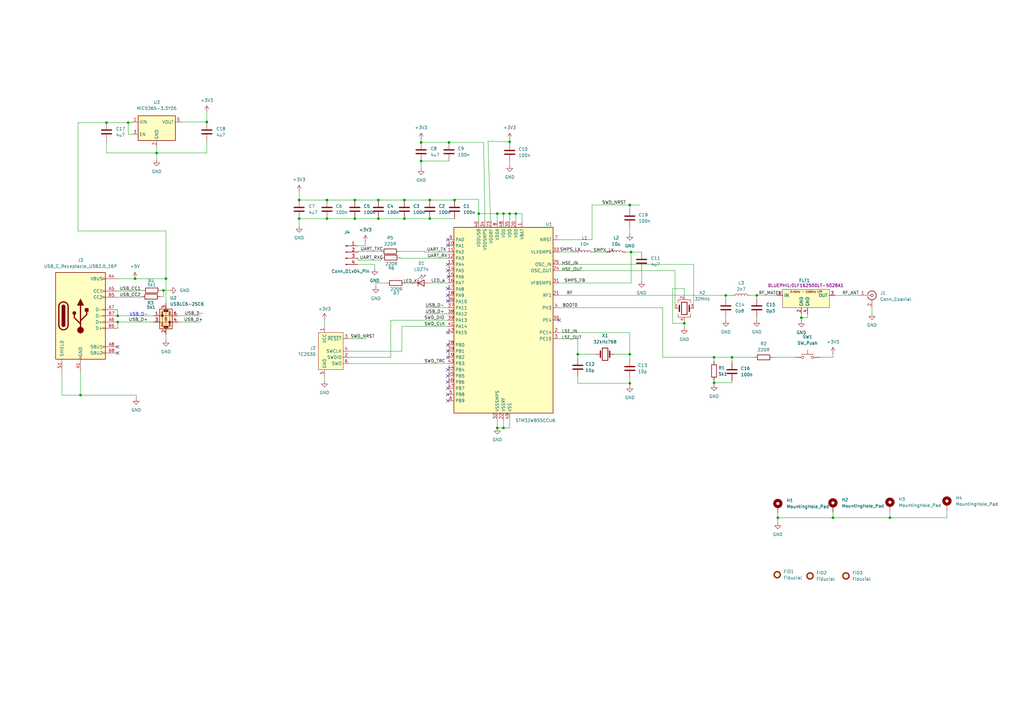
<source format=kicad_sch>
(kicad_sch (version 20250114) (generator "eeschema") (generator_version "9.0")
  (paper "A3")
  (lib_symbols
    (symbol "BluePhil:DLF162500LT-5028A1"
      (property "Reference" "FLT" (at -0.254 3.556 0))
      (symbol "DLF162500LT-5028A1_0_0"
        (pin passive line (at -11.43 0 0) (length 2.54) (name "IN") (number "1"))
        (pin passive line (at -1.27 -7.62 90) (length 2.54) (name "GND") (number "2"))
        (pin passive line (at 1.27 -7.62 90) (length 2.54) (name "GND") (number "4"))
        (pin passive line (at 12.7 0 180) (length 2.54) (name "OUT") (number "3"))
      )
      (symbol "DLF162500LT-5028A1_1_1"
        (text "2.4GHz - 2.5GHz LPF\n" (at 0.762 1.524 0) (effects (font (size 0.8 0.8))))
      )
    )
    (symbol "Connector:Conn_01x04_Pin" (pin_names (offset 1.016) (hide yes))
      (property "Reference" "J" (at 0 5.08 0))
      (property "Value" "Conn_01x04_Pin" (at 0 -7.62 0))
      (symbol "Conn_01x04_Pin_1_1"
        (pin passive line (at 5.08 2.54 180) (length 3.81) (name "Pin_1") (number "1"))
        (pin passive line (at 5.08 0 180) (length 3.81) (name "Pin_2") (number "2"))
        (pin passive line (at 5.08 -2.54 180) (length 3.81) (name "Pin_3") (number "3"))
        (pin passive line (at 5.08 -5.08 180) (length 3.81) (name "Pin_4") (number "4"))
      )
    )
    (symbol "Connector:Conn_ARM_SWD_TagConnect_TC2030" (in_bom no)
      (property "Reference" "J" (at 2.54 11.43 0))
      (property "Value" "Conn_ARM_SWD_TagConnect_TC2030" (at 5.08 8.89 0))
      (symbol "Conn_ARM_SWD_TagConnect_TC2030_0_0"
        (pin power_in line (at -2.54 10.16 270) (length 2.54) (name "VCC") (number "1"))
        (pin power_in line (at -2.54 -10.16 90) (length 2.54) (name "GND") (number "5"))
        (pin open_collector line (at 7.62 5.08 180) (length 2.54) (name "~{RESET}") (number "3"))
        (pin output line (at 7.62 0 180) (length 2.54) (name "SWCLK") (number "4"))
        (pin bidirectional line (at 7.62 -2.54 180) (length 2.54) (name "SWDIO") (number "2"))
        (pin input line (at 7.62 -5.08 180) (length 2.54) (name "SWO") (number "6"))
      )
    )
    (symbol "Connector:Conn_Coaxial" (pin_names (offset 1.016) (hide yes))
      (property "Reference" "J" (at 0.254 3.048 0))
      (property "Value" "Conn_Coaxial" (at 2.921 0 90))
      (symbol "Conn_Coaxial_1_1"
        (pin passive line (at -5.08 0 0) (length 2.54) (name "In") (number "1"))
        (pin passive line (at 0 -5.08 90) (length 2.54) (name "Ext") (number "2"))
      )
    )
    (symbol "Connector:USB_C_Receptacle_USB2.0_16P" (pin_names (offset 1.016))
      (property "Reference" "J" (at 0 22.225 0))
      (property "Value" "USB_C_Receptacle_USB2.0_16P" (at 0 19.685 0))
      (symbol "USB_C_Receptacle_USB2.0_16P_1_1"
        (pin passive line (at -7.62 -22.86 90) (length 5.08) (name "SHIELD") (number "S1"))
        (pin passive line (at 0 -22.86 90) (length 5.08) (name "GND") (number "A1"))
        (pin passive line (at 0 -22.86 90) (length 5.08) (hide yes) (name "GND") (number "A12"))
        (pin passive line (at 0 -22.86 90) (length 5.08) (hide yes) (name "GND") (number "B1"))
        (pin passive line (at 0 -22.86 90) (length 5.08) (hide yes) (name "GND") (number "B12"))
        (pin passive line (at 15.24 15.24 180) (length 5.08) (name "VBUS") (number "A4"))
        (pin passive line (at 15.24 15.24 180) (length 5.08) (hide yes) (name "VBUS") (number "A9"))
        (pin passive line (at 15.24 15.24 180) (length 5.08) (hide yes) (name "VBUS") (number "B4"))
        (pin passive line (at 15.24 15.24 180) (length 5.08) (hide yes) (name "VBUS") (number "B9"))
        (pin bidirectional line (at 15.24 10.16 180) (length 5.08) (name "CC1") (number "A5"))
        (pin bidirectional line (at 15.24 7.62 180) (length 5.08) (name "CC2") (number "B5"))
        (pin bidirectional line (at 15.24 2.54 180) (length 5.08) (name "D-") (number "A7"))
        (pin bidirectional line (at 15.24 0 180) (length 5.08) (name "D-") (number "B7"))
        (pin bidirectional line (at 15.24 -2.54 180) (length 5.08) (name "D+") (number "A6"))
        (pin bidirectional line (at 15.24 -5.08 180) (length 5.08) (name "D+") (number "B6"))
        (pin bidirectional line (at 15.24 -12.7 180) (length 5.08) (name "SBU1") (number "A8"))
        (pin bidirectional line (at 15.24 -15.24 180) (length 5.08) (name "SBU2") (number "B8"))
      )
    )
    (symbol "Device:C" (pin_numbers (hide yes)) (pin_names (offset 0.254))
      (property "Reference" "C" (at 0.635 2.54 0))
      (property "Value" "C" (at 0.635 -2.54 0))
      (symbol "C_1_1"
        (pin passive line (at 0 3.81 270) (length 2.794) (name "~") (number "1"))
        (pin passive line (at 0 -3.81 90) (length 2.794) (name "~") (number "2"))
      )
    )
    (symbol "Device:Crystal" (pin_numbers (hide yes)) (pin_names (offset 1.016) (hide yes))
      (property "Reference" "Y" (at 0 3.81 0))
      (property "Value" "Crystal" (at 0 -3.81 0))
      (symbol "Crystal_1_1"
        (pin passive line (at -3.81 0 0) (length 1.27) (name "1") (number "1"))
        (pin passive line (at 3.81 0 180) (length 1.27) (name "2") (number "2"))
      )
    )
    (symbol "Device:Crystal_GND24" (pin_names (offset 1.016) (hide yes))
      (property "Reference" "Y" (at 3.175 5.08 0))
      (property "Value" "Crystal_GND24" (at 3.175 3.175 0))
      (symbol "Crystal_GND24_1_1"
        (pin passive line (at -3.81 0 0) (length 1.27) (name "1") (number "1"))
        (pin passive line (at 0 5.08 270) (length 1.27) (name "2") (number "2"))
        (pin passive line (at 0 -5.08 90) (length 1.27) (name "4") (number "4"))
        (pin passive line (at 3.81 0 180) (length 1.27) (name "3") (number "3"))
      )
    )
    (symbol "Device:L" (pin_numbers (hide yes)) (pin_names (offset 1.016) (hide yes))
      (property "Reference" "L" (at -1.27 0 90))
      (property "Value" "L" (at 1.905 0 90))
      (symbol "L_1_1"
        (pin passive line (at 0 3.81 270) (length 1.27) (name "1") (number "1"))
        (pin passive line (at 0 -3.81 90) (length 1.27) (name "2") (number "2"))
      )
    )
    (symbol "Device:R" (pin_numbers (hide yes)) (pin_names (offset 0))
      (property "Reference" "R" (at 2.032 0 90))
      (property "Value" "R" (at 0 0 90))
      (symbol "R_1_1"
        (pin passive line (at 0 3.81 270) (length 1.27) (name "~") (number "1"))
        (pin passive line (at 0 -3.81 90) (length 1.27) (name "~") (number "2"))
      )
    )
    (symbol "LED:LD274" (pin_numbers (hide yes)) (pin_names (offset 1.016) (hide yes))
      (property "Reference" "D" (at 0.508 1.778 0))
      (property "Value" "LD274" (at -1.016 -2.794 0))
      (symbol "LD274_1_1"
        (pin passive line (at -5.08 0 0) (length 2.54) (name "K") (number "1"))
        (pin passive line (at 2.54 0 180) (length 2.54) (name "A") (number "2"))
      )
    )
    (symbol "MCU_ST_STM32WB:STM32WB55CCUx"
      (property "Reference" "U" (at -20.32 39.37 0))
      (property "Value" "STM32WB55CCUx" (at 12.7 39.37 0))
      (symbol "STM32WB55CCUx_1_1"
        (pin input line (at -22.86 33.02 0) (length 2.54) (name "NRST") (number "7"))
        (pin power_in line (at -22.86 27.94 0) (length 2.54) (name "VLXSMPS") (number "33"))
        (pin input line (at -22.86 22.86 0) (length 2.54) (name "OSC_IN") (number "25"))
        (pin input line (at -22.86 20.32 0) (length 2.54) (name "OSC_OUT") (number "24"))
        (pin input line (at -22.86 15.24 0) (length 2.54) (name "VFBSMPS") (number "31"))
        (pin bidirectional line (at -22.86 10.16 0) (length 2.54) (name "RF1") (number "21"))
        (pin bidirectional line (at -22.86 5.08 0) (length 2.54) (name "PH3") (number "4"))
        (pin bidirectional line (at -22.86 0 0) (length 2.54) (name "PE4") (number "30"))
        (pin bidirectional line (at -22.86 -5.08 0) (length 2.54) (name "PC14") (number "2"))
        (pin bidirectional line (at -22.86 -7.62 0) (length 2.54) (name "PC15") (number "3"))
        (pin no_connect line (at -20.32 -35.56 0) (length 2.54) (hide yes) (name "AT1") (number "27"))
        (pin no_connect line (at -20.32 -38.1 0) (length 2.54) (hide yes) (name "AT0") (number "26"))
        (pin power_in line (at -7.62 40.64 270) (length 2.54) (name "VBAT") (number "1"))
        (pin power_in line (at -5.08 40.64 270) (length 2.54) (name "VDD") (number "20"))
        (pin power_in line (at -2.54 40.64 270) (length 2.54) (name "VDD") (number "35"))
        (pin power_in line (at -2.54 -40.64 90) (length 2.54) (name "VSS") (number "49"))
        (pin power_in line (at 0 40.64 270) (length 2.54) (name "VDD") (number "48"))
        (pin power_in line (at 0 -40.64 90) (length 2.54) (name "VSSRF") (number "22"))
        (pin power_in line (at 2.54 40.64 270) (length 2.54) (name "VDDA") (number "8"))
        (pin power_in line (at 2.54 -40.64 90) (length 2.54) (name "VSSSMPS") (number "32"))
        (pin power_in line (at 5.08 40.64 270) (length 2.54) (name "VDDRF") (number "23"))
        (pin power_in line (at 7.62 40.64 270) (length 2.54) (name "VDDSMPS") (number "34"))
        (pin power_in line (at 10.16 40.64 270) (length 2.54) (name "VDDUSB") (number "40"))
        (pin bidirectional line (at 22.86 33.02 180) (length 2.54) (name "PA0") (number "9"))
        (pin bidirectional line (at 22.86 30.48 180) (length 2.54) (name "PA1") (number "10"))
        (pin bidirectional line (at 22.86 27.94 180) (length 2.54) (name "PA2") (number "11"))
        (pin bidirectional line (at 22.86 25.4 180) (length 2.54) (name "PA3") (number "12"))
        (pin bidirectional line (at 22.86 22.86 180) (length 2.54) (name "PA4") (number "13"))
        (pin bidirectional line (at 22.86 20.32 180) (length 2.54) (name "PA5") (number "14"))
        (pin bidirectional line (at 22.86 17.78 180) (length 2.54) (name "PA6") (number "15"))
        (pin bidirectional line (at 22.86 15.24 180) (length 2.54) (name "PA7") (number "16"))
        (pin bidirectional line (at 22.86 12.7 180) (length 2.54) (name "PA8") (number "17"))
        (pin bidirectional line (at 22.86 10.16 180) (length 2.54) (name "PA9") (number "18"))
        (pin bidirectional line (at 22.86 7.62 180) (length 2.54) (name "PA10") (number "36"))
        (pin bidirectional line (at 22.86 5.08 180) (length 2.54) (name "PA11") (number "37"))
        (pin bidirectional line (at 22.86 2.54 180) (length 2.54) (name "PA12") (number "38"))
        (pin bidirectional line (at 22.86 0 180) (length 2.54) (name "PA13") (number "39"))
        (pin bidirectional line (at 22.86 -2.54 180) (length 2.54) (name "PA14") (number "41"))
        (pin bidirectional line (at 22.86 -5.08 180) (length 2.54) (name "PA15") (number "42"))
        (pin bidirectional line (at 22.86 -10.16 180) (length 2.54) (name "PB0") (number "28"))
        (pin bidirectional line (at 22.86 -12.7 180) (length 2.54) (name "PB1") (number "29"))
        (pin bidirectional line (at 22.86 -15.24 180) (length 2.54) (name "PB2") (number "19"))
        (pin bidirectional line (at 22.86 -17.78 180) (length 2.54) (name "PB3") (number "43"))
        (pin bidirectional line (at 22.86 -20.32 180) (length 2.54) (name "PB4") (number "44"))
        (pin bidirectional line (at 22.86 -22.86 180) (length 2.54) (name "PB5") (number "45"))
        (pin bidirectional line (at 22.86 -25.4 180) (length 2.54) (name "PB6") (number "46"))
        (pin bidirectional line (at 22.86 -27.94 180) (length 2.54) (name "PB7") (number "47"))
        (pin bidirectional line (at 22.86 -30.48 180) (length 2.54) (name "PB8") (number "5"))
        (pin bidirectional line (at 22.86 -33.02 180) (length 2.54) (name "PB9") (number "6"))
      )
    )
    (symbol "Mechanical:Fiducial" (in_bom no)
      (property "Reference" "FID" (at 0 5.08 0))
      (property "Value" "Fiducial" (at 0 3.175 0))
    )
    (symbol "Mechanical:MountingHole_Pad" (pin_numbers (hide yes)) (pin_names (offset 1.016) (hide yes)) (in_bom no)
      (property "Reference" "H" (at 0 6.35 0))
      (property "Value" "MountingHole_Pad" (at 0 4.445 0))
      (symbol "MountingHole_Pad_1_1"
        (pin input line (at 0 -2.54 90) (length 2.54) (name "1") (number "1"))
      )
    )
    (symbol "Power_Protection:USBLC6-2SC6" (pin_names (hide yes))
      (property "Reference" "U" (at 0.635 5.715 0))
      (property "Value" "USBLC6-2SC6" (at 0.635 3.81 0))
      (symbol "USBLC6-2SC6_1_1"
        (pin passive line (at -5.08 0 0) (length 2.54) (name "I/O1") (number "1"))
        (pin passive line (at -5.08 -2.54 0) (length 2.54) (name "I/O2") (number "3"))
        (pin passive line (at 0 5.08 270) (length 2.54) (name "VBUS") (number "5"))
        (pin passive line (at 0 -7.62 90) (length 2.54) (name "GND") (number "2"))
        (pin passive line (at 5.08 0 180) (length 2.54) (name "I/O1") (number "6"))
        (pin passive line (at 5.08 -2.54 180) (length 2.54) (name "I/O2") (number "4"))
      )
    )
    (symbol "Regulator_Linear:MIC5365-3.3YD5"
      (property "Reference" "U" (at -7.62 6.35 0))
      (property "Value" "MIC5365-3.3YD5" (at 0 6.35 0))
      (symbol "MIC5365-3.3YD5_1_1"
        (pin power_in line (at -10.16 2.54 0) (length 2.54) (name "VIN") (number "1"))
        (pin input line (at -10.16 -2.54 0) (length 2.54) (name "EN") (number "3"))
        (pin power_in line (at 0 -7.62 90) (length 2.54) (name "GND") (number "2"))
        (pin no_connect line (at 7.62 -2.54 180) (length 2.54) (hide yes) (name "NC") (number "4"))
        (pin power_out line (at 10.16 2.54 180) (length 2.54) (name "VOUT") (number "5"))
      )
    )
    (symbol "Switch:SW_Push" (pin_numbers (hide yes)) (pin_names (offset 1.016) (hide yes))
      (property "Reference" "SW" (at 1.27 2.54 0))
      (property "Value" "SW_Push" (at 0 -1.524 0))
      (symbol "SW_Push_0_1"
        (pin passive line (at -5.08 0 0) (length 2.54) (name "1") (number "1"))
        (pin passive line (at 5.08 0 180) (length 2.54) (name "2") (number "2"))
      )
    )
    (symbol "power:+3V3" (power) (pin_numbers (hide yes)) (pin_names (offset 0) (hide yes))
      (property "Value" "+3V3" (at 0 3.556 0))
      (symbol "+3V3_1_1"
        (pin power_in line (at 0 0 90) (length 0) (name "~") (number "1"))
      )
    )
    (symbol "power:+5V" (power) (pin_numbers (hide yes)) (pin_names (offset 0) (hide yes))
      (property "Value" "+5V" (at 0 3.556 0))
      (symbol "+5V_1_1"
        (pin power_in line (at 0 0 90) (length 0) (name "~") (number "1"))
      )
    )
    (symbol "power:GND" (power) (pin_numbers (hide yes)) (pin_names (offset 0) (hide yes))
      (property "Value" "GND" (at 0 -3.81 0))
      (symbol "GND_1_1"
        (pin power_in line (at 0 0 270) (length 0) (name "~") (number "1"))
      )
    )
  )
  (text "USB_D-" (at 56.896 129.032 0) (effects (font (size 1.27 1.27))))
  (junction (at 55.372 114.3))
  (junction (at 145.542 82.042))
  (junction (at 67.056 119.126))
  (junction (at 176.276 89.662))
  (junction (at 280.67 132.588))
  (junction (at 184.15 58.42))
  (junction (at 328.676 130.302))
  (junction (at 48.26 132.08))
  (junction (at 206.502 175.514))
  (junction (at 206.502 87.63))
  (junction (at 155.194 89.662))
  (junction (at 297.688 121.158))
  (junction (at 258.318 157.226))
  (junction (at 172.72 66.04))
  (junction (at 64.262 62.738))
  (junction (at 319.024 212.344))
  (junction (at 364.998 212.344))
  (junction (at 258.318 84.074))
  (junction (at 209.042 58.166))
  (junction (at 258.826 103.378))
  (junction (at 122.682 82.042))
  (junction (at 209.042 87.63))
  (junction (at 165.862 89.662))
  (junction (at 155.194 82.042))
  (junction (at 145.542 89.662))
  (junction (at 203.962 175.514))
  (junction (at 165.862 82.042))
  (junction (at 292.862 156.972))
  (junction (at 172.72 58.42))
  (junction (at 68.072 114.3))
  (junction (at 203.962 87.63))
  (junction (at 134.112 89.662))
  (junction (at 196.342 87.63))
  (junction (at 258.318 145.288))
  (junction (at 176.276 82.042))
  (junction (at 122.682 89.662))
  (junction (at 341.63 212.344))
  (junction (at 310.388 121.158))
  (junction (at 292.862 146.558))
  (junction (at 33.02 162.052))
  (junction (at 134.112 82.042))
  (junction (at 186.436 82.042))
  (junction (at 300.228 146.558))
  (junction (at 43.688 50.292))
  (junction (at 84.836 50.038))
  (junction (at 48.26 129.54))
  (junction (at 211.582 87.63))
  (junction (at 236.982 145.288))
  (junction (at 52.578 50.292))
  (no_connect (at 183.642 154.178))
  (no_connect (at 183.642 108.458))
  (no_connect (at 183.642 118.364))
  (no_connect (at 183.642 164.338))
  (no_connect (at 183.642 110.998))
  (no_connect (at 183.642 98.298))
  (no_connect (at 229.362 131.318))
  (no_connect (at 183.642 146.558))
  (no_connect (at 48.26 144.78))
  (no_connect (at 48.26 142.24))
  (no_connect (at 183.642 123.444))
  (no_connect (at 183.642 156.718))
  (no_connect (at 183.642 144.018))
  (no_connect (at 183.642 121.158))
  (no_connect (at 183.642 136.398))
  (no_connect (at 183.642 100.584))
  (no_connect (at 183.642 141.478))
  (no_connect (at 183.642 159.258))
  (no_connect (at 183.896 113.538))
  (no_connect (at 183.642 161.798))
  (no_connect (at 183.642 151.638))
  (wire (pts (xy 206.502 171.958) (xy 206.502 175.514)))
  (wire (pts (xy 52.578 55.118) (xy 52.578 50.292)))
  (wire (pts (xy 209.042 58.166) (xy 209.042 58.674)))
  (wire (pts (xy 280.67 118.364) (xy 275.844 118.364)))
  (wire (pts (xy 208.788 58.166) (xy 209.042 58.166)))
  (wire (pts (xy 155.194 82.042) (xy 165.862 82.042)))
  (wire (pts (xy 209.042 66.294) (xy 209.042 67.818)))
  (wire (pts (xy 32.004 94.742) (xy 32.004 50.292)))
  (wire (pts (xy 68.072 137.16) (xy 68.072 139.446)))
  (wire (pts (xy 196.342 81.788) (xy 186.436 81.788)))
  (wire (pts (xy 33.02 152.4) (xy 33.02 162.052)))
  (wire (pts (xy 275.844 132.588) (xy 280.67 132.588)))
  (wire (pts (xy 74.422 50.038) (xy 84.836 50.038)))
  (wire (pts (xy 122.682 92.71) (xy 122.682 89.662)))
  (wire (pts (xy 203.962 87.63) (xy 203.962 90.678)))
  (wire (pts (xy 66.04 119.126) (xy 67.056 119.126)))
  (wire (pts (xy 229.362 121.158) (xy 297.688 121.158)))
  (wire (pts (xy 236.982 138.938) (xy 236.982 145.288)))
  (wire (pts (xy 54.102 50.292) (xy 54.102 50.038)))
  (wire (pts (xy 292.862 156.972) (xy 300.228 156.972)))
  (wire (pts (xy 149.86 100.838) (xy 146.812 100.838)))
  (wire (pts (xy 276.86 110.998) (xy 276.86 126.492)))
  (wire (pts (xy 143.256 149.098) (xy 183.642 149.098)))
  (wire (pts (xy 164.846 133.858) (xy 183.642 133.858)))
  (wire (pts (xy 172.72 69.088) (xy 172.72 66.04)))
  (wire (pts (xy 203.962 87.63) (xy 206.502 87.63)))
  (wire (pts (xy 32.004 50.292) (xy 43.688 50.292)))
  (wire (pts (xy 209.042 87.63) (xy 211.582 87.63)))
  (wire (pts (xy 236.982 145.288) (xy 236.982 146.812)))
  (wire (pts (xy 84.836 45.974) (xy 84.836 50.038)))
  (wire (pts (xy 166.116 116.078) (xy 168.91 116.078)))
  (wire (pts (xy 160.274 146.558) (xy 143.256 146.558)))
  (wire (pts (xy 48.26 127) (xy 48.26 129.54)))
  (wire (pts (xy 196.342 87.63) (xy 203.962 87.63)))
  (wire (pts (xy 146.812 103.124) (xy 146.812 103.378)))
  (wire (pts (xy 328.676 128.778) (xy 328.676 130.302)))
  (wire (pts (xy 236.982 154.432) (xy 236.982 157.226)))
  (wire (pts (xy 275.844 118.364) (xy 275.844 132.588)))
  (wire (pts (xy 341.63 145.034) (xy 341.63 146.558)))
  (wire (pts (xy 58.42 119.126) (xy 55.88 119.126)))
  (wire (pts (xy 133.096 154.178) (xy 133.096 156.21)))
  (wire (pts (xy 258.318 84.074) (xy 262.382 84.074)))
  (wire (pts (xy 300.228 156.972) (xy 300.228 156.21)))
  (wire (pts (xy 64.262 62.738) (xy 64.262 65.532)))
  (wire (pts (xy 229.362 126.238) (xy 271.78 126.238)))
  (wire (pts (xy 164.846 144.018) (xy 164.846 133.858)))
  (wire (pts (xy 176.276 82.042) (xy 186.436 82.042)))
  (wire (pts (xy 280.67 132.588) (xy 280.67 134.366)))
  (wire (pts (xy 174.244 103.378) (xy 183.642 103.378)))
  (wire (pts (xy 164.084 105.664) (xy 164.084 105.918)))
  (wire (pts (xy 198.374 58.42) (xy 184.15 58.42)))
  (wire (pts (xy 206.502 87.63) (xy 209.042 87.63)))
  (wire (pts (xy 196.342 81.788) (xy 196.342 87.63)))
  (wire (pts (xy 122.428 89.662) (xy 122.682 89.662)))
  (wire (pts (xy 133.096 131.064) (xy 133.096 133.858)))
  (wire (pts (xy 25.4 162.052) (xy 33.02 162.052)))
  (wire (pts (xy 52.578 50.292) (xy 54.102 50.292)))
  (wire (pts (xy 341.63 212.344) (xy 364.998 212.344)))
  (wire (pts (xy 310.388 121.158) (xy 310.388 122.428)))
  (wire (pts (xy 319.024 212.344) (xy 341.63 212.344)))
  (wire (pts (xy 258.318 154.94) (xy 258.318 157.226)))
  (wire (pts (xy 174.244 103.124) (xy 174.244 103.378)))
  (wire (pts (xy 310.388 130.048) (xy 310.388 131.318)))
  (wire (pts (xy 243.586 103.378) (xy 248.92 103.378)))
  (wire (pts (xy 292.862 146.558) (xy 300.228 146.558)))
  (wire (pts (xy 122.682 82.042) (xy 134.112 82.042)))
  (wire (pts (xy 68.072 114.3) (xy 68.072 124.46)))
  (wire (pts (xy 149.86 99.06) (xy 149.86 100.838)))
  (wire (pts (xy 206.502 87.63) (xy 206.502 90.678)))
  (wire (pts (xy 172.466 66.04) (xy 172.72 66.04)))
  (wire (pts (xy 201.168 90.678) (xy 201.422 90.678)))
  (wire (pts (xy 143.256 144.018) (xy 164.846 144.018)))
  (wire (pts (xy 328.676 130.302) (xy 328.676 131.572)))
  (wire (pts (xy 67.056 121.666) (xy 67.056 119.126)))
  (wire (pts (xy 68.072 114.3) (xy 68.072 94.742)))
  (wire (pts (xy 300.228 146.558) (xy 300.228 148.59)))
  (wire (pts (xy 154.178 117.602) (xy 154.178 116.078)))
  (wire (pts (xy 165.862 82.042) (xy 176.276 82.042)))
  (wire (pts (xy 172.72 66.04) (xy 172.72 65.786)))
  (wire (pts (xy 242.824 98.298) (xy 242.824 84.074)))
  (wire (pts (xy 156.464 106.68) (xy 146.812 106.68)))
  (wire (pts (xy 229.362 98.298) (xy 242.824 98.298)))
  (wire (pts (xy 242.824 84.074) (xy 258.318 84.074)))
  (wire (pts (xy 258.826 103.378) (xy 263.144 103.378)))
  (wire (pts (xy 156.464 105.664) (xy 156.464 106.68)))
  (wire (pts (xy 48.26 119.38) (xy 55.88 119.38)))
  (wire (pts (xy 122.682 89.662) (xy 122.682 89.408)))
  (wire (pts (xy 297.688 130.048) (xy 297.688 131.318)))
  (wire (pts (xy 328.676 130.302) (xy 331.216 130.302)))
  (wire (pts (xy 65.786 121.666) (xy 67.056 121.666)))
  (wire (pts (xy 58.166 121.92) (xy 58.166 121.666)))
  (wire (pts (xy 43.688 62.738) (xy 64.262 62.738)))
  (wire (pts (xy 280.67 121.412) (xy 280.67 118.364)))
  (wire (pts (xy 134.112 89.662) (xy 145.542 89.662)))
  (wire (pts (xy 55.88 119.126) (xy 55.88 119.38)))
  (wire (pts (xy 258.318 84.074) (xy 258.318 85.598)))
  (wire (pts (xy 307.848 121.158) (xy 310.388 121.158)))
  (wire (pts (xy 211.582 87.63) (xy 211.582 90.678)))
  (wire (pts (xy 122.682 89.662) (xy 134.112 89.662)))
  (wire (pts (xy 156.21 103.124) (xy 146.812 103.124)))
  (wire (pts (xy 153.67 110.236) (xy 153.67 108.458)))
  (wire (pts (xy 258.318 136.398) (xy 258.318 145.288)))
  (wire (pts (xy 236.982 157.226) (xy 258.318 157.226)))
  (wire (pts (xy 48.26 132.08) (xy 48.26 134.62)))
  (wire (pts (xy 331.216 128.778) (xy 331.216 130.302)))
  (wire (pts (xy 280.67 131.572) (xy 280.67 132.588)))
  (wire (pts (xy 292.862 155.956) (xy 292.862 156.972)))
  (wire (pts (xy 48.26 132.08) (xy 62.992 132.08)))
  (wire (pts (xy 292.862 156.972) (xy 292.862 157.734)))
  (wire (pts (xy 174.498 126.238) (xy 183.642 126.238)))
  (wire (pts (xy 54.102 55.118) (xy 52.578 55.118)))
  (wire (pts (xy 258.826 103.378) (xy 258.826 116.078)))
  (wire (pts (xy 198.882 90.678) (xy 198.374 58.42)))
  (wire (pts (xy 263.144 110.998) (xy 263.144 115.316)))
  (wire (pts (xy 143.256 138.938) (xy 149.86 138.938)))
  (wire (pts (xy 174.498 128.778) (xy 183.642 128.778)))
  (wire (pts (xy 67.056 119.126) (xy 69.596 119.126)))
  (wire (pts (xy 364.998 209.804) (xy 364.998 212.344)))
  (wire (pts (xy 206.502 175.514) (xy 203.962 175.514)))
  (wire (pts (xy 160.274 131.318) (xy 183.642 131.318)))
  (wire (pts (xy 319.024 212.344) (xy 319.024 214.376)))
  (wire (pts (xy 48.26 114.3) (xy 55.372 114.3)))
  (wire (pts (xy 214.122 87.63) (xy 214.122 90.678)))
  (wire (pts (xy 256.54 103.378) (xy 258.826 103.378)))
  (wire (pts (xy 211.582 87.63) (xy 214.122 87.63)))
  (wire (pts (xy 145.542 82.042) (xy 155.194 82.042)))
  (wire (pts (xy 203.962 171.958) (xy 203.962 175.514)))
  (wire (pts (xy 251.968 145.288) (xy 258.318 145.288)))
  (wire (pts (xy 64.262 60.198) (xy 64.262 62.738)))
  (wire (pts (xy 271.78 126.238) (xy 271.78 146.558)))
  (wire (pts (xy 43.688 50.292) (xy 52.578 50.292)))
  (wire (pts (xy 153.67 108.458) (xy 146.812 108.458)))
  (wire (pts (xy 155.194 89.662) (xy 165.862 89.662)))
  (wire (pts (xy 297.688 122.428) (xy 297.688 121.158)))
  (wire (pts (xy 154.178 116.078) (xy 158.496 116.078)))
  (wire (pts (xy 122.682 78.486) (xy 122.682 82.042)))
  (wire (pts (xy 172.72 58.42) (xy 184.15 58.42)))
  (wire (pts (xy 319.024 210.312) (xy 319.024 212.344)))
  (wire (pts (xy 165.862 89.662) (xy 176.276 89.662)))
  (wire (pts (xy 292.862 146.558) (xy 292.862 148.336)))
  (wire (pts (xy 357.632 126.238) (xy 357.632 128.524)))
  (wire (pts (xy 33.02 162.052) (xy 55.88 162.052)))
  (wire (pts (xy 209.042 87.63) (xy 209.042 90.678)))
  (wire (pts (xy 229.362 108.458) (xy 284.48 108.458)))
  (wire (pts (xy 258.318 157.226) (xy 258.318 158.242)))
  (wire (pts (xy 229.362 103.378) (xy 235.966 103.378)))
  (wire (pts (xy 297.688 121.158) (xy 300.228 121.158)))
  (wire (pts (xy 196.342 87.63) (xy 196.342 90.678)))
  (wire (pts (xy 172.72 58.42) (xy 172.72 57.15)))
  (wire (pts (xy 43.688 57.912) (xy 43.688 62.738)))
  (wire (pts (xy 342.646 121.158) (xy 352.552 121.158)))
  (wire (pts (xy 200.152 57.912) (xy 201.168 90.678)))
  (wire (pts (xy 73.152 132.08) (xy 82.296 132.08)))
  (wire (pts (xy 160.274 131.318) (xy 160.274 146.558)))
  (wire (pts (xy 316.992 146.558) (xy 326.136 146.558)))
  (wire (pts (xy 229.362 110.998) (xy 276.86 110.998)))
  (wire (pts (xy 209.042 171.958) (xy 209.042 175.514)))
  (wire (pts (xy 55.372 114.3) (xy 68.072 114.3)))
  (wire (pts (xy 48.26 129.54) (xy 62.992 129.54)))
  (wire (pts (xy 149.86 138.938) (xy 149.86 139.192)))
  (wire (pts (xy 229.362 136.398) (xy 258.318 136.398)))
  (wire (pts (xy 336.296 146.558) (xy 341.63 146.558)))
  (wire (pts (xy 134.112 82.042) (xy 145.542 82.042)))
  (wire (pts (xy 164.084 105.918) (xy 183.642 105.918)))
  (wire (pts (xy 209.042 175.514) (xy 206.502 175.514)))
  (wire (pts (xy 172.72 66.04) (xy 184.15 66.04)))
  (wire (pts (xy 209.042 57.15) (xy 209.042 58.166)))
  (wire (pts (xy 176.53 116.078) (xy 183.642 116.078)))
  (wire (pts (xy 310.388 121.158) (xy 318.516 121.158)))
  (wire (pts (xy 388.366 209.296) (xy 388.366 212.344)))
  (wire (pts (xy 84.836 50.038) (xy 84.836 50.292)))
  (wire (pts (xy 84.836 57.912) (xy 84.836 62.738)))
  (wire (pts (xy 364.998 212.344) (xy 388.366 212.344)))
  (wire (pts (xy 300.228 146.558) (xy 309.372 146.558)))
  (wire (pts (xy 229.362 138.938) (xy 236.982 138.938)))
  (wire (pts (xy 258.318 145.288) (xy 258.318 147.32)))
  (wire (pts (xy 73.152 129.54) (xy 82.296 129.54)))
  (wire (pts (xy 176.276 89.662) (xy 186.436 89.662)))
  (wire (pts (xy 258.826 116.078) (xy 229.362 116.078)))
  (wire (pts (xy 186.436 81.788) (xy 186.436 82.042)))
  (wire (pts (xy 236.982 145.288) (xy 244.348 145.288)))
  (wire (pts (xy 48.26 121.92) (xy 58.166 121.92)))
  (wire (pts (xy 284.48 108.458) (xy 284.48 126.492)))
  (wire (pts (xy 55.88 162.052) (xy 55.88 163.322)))
  (wire (pts (xy 146.812 106.68) (xy 146.812 105.918)))
  (wire (pts (xy 258.318 93.218) (xy 258.318 96.012)))
  (wire (pts (xy 25.4 152.4) (xy 25.4 162.052)))
  (wire (pts (xy 341.63 210.058) (xy 341.63 212.344)))
  (wire (pts (xy 68.072 94.742) (xy 32.004 94.742)))
  (wire (pts (xy 84.836 62.738) (xy 64.262 62.738)))
  (wire (pts (xy 208.788 58.166) (xy 200.152 57.912)))
  (wire (pts (xy 163.83 103.124) (xy 174.244 103.124)))
  (wire (pts (xy 271.78 146.558) (xy 292.862 146.558)))
  (wire (pts (xy 145.542 89.662) (xy 155.194 89.662)))
  (label "UART_RXC" (at 147.574 106.68 0))
  (label "LSE_OUT" (at 230.378 139.446 0))
  (label "RF_MATCH" (at 311.15 121.158 0))
  (label "USB_D+" (at 174.498 128.778 0))
  (label "USB_D+" (at 52.832 132.08 0))
  (label "USB_D-" (at 75.692 129.54 0))
  (label "LED_K" (at 165.354 116.332 0))
  (label "SMPX_LX" (at 243.332 103.632 0))
  (label "SWD_NRST" (at 246.888 84.074 0))
  (label "UART_TXC" (at 147.828 103.124 0))
  (label "SWD_CLK" (at 173.99 133.858 0))
  (label "SWD_TRC" (at 173.99 149.098 0))
  (label "SMPS_FB" (at 231.394 116.078 0))
  (label "BOOT0" (at 230.632 126.238 0))
  (label "SWD_DIO" (at 173.99 131.318 0))
  (label "UART_RX" (at 175.26 105.918 0))
  (label "LED_a" (at 176.784 116.078 0))
  (label "RF" (at 232.41 121.158 0))
  (label "SMPS_LX" (at 229.616 103.378 0))
  (label "UART_TX" (at 175.006 103.378 0))
  (label "HSE_IN" (at 230.378 108.966 0))
  (label "SWD_NRST" (at 143.764 138.938 0))
  (label "HSE_OUT" (at 230.378 111.506 0))
  (label "USB_D+" (at 75.438 132.08 0))
  (label "USB_D-" (at 174.498 126.238 0))
  (label "USB_CC2" (at 49.022 121.92 0))
  (label "USB_CC1" (at 49.022 119.38 0))
  (label "RF_ANT" (at 345.44 121.158 0))
  (label "LSE_IN" (at 230.378 136.906 0))
  (symbol (lib_id "Device:C") (at 258.318 89.408 0) (unit 1)
    (property "Reference" "C19" (at 261.874 88.1379 0) (effects (justify left)))
    (property "Value" "100n" (at 261.874 90.6779 0) (effects (justify left)))
    (property "Footprint" "Capacitor_SMD:C_0402_1005Metric" (effects (hide yes)))
    (property "Description" "Unpolarized capacitor" (effects (hide yes)))
  )
  (symbol (lib_id "LED:LD274") (at 173.99 116.078 0) (unit 1)
    (property "Reference" "D1" (at 172.847 107.95 0))
    (property "Value" "LD274" (at 172.847 110.49 0))
    (property "Footprint" "LED_SMD:LED_0402_1005Metric" (effects (hide yes)))
    (property "Datasheet" "http://pdf.datasheetcatalog.com/datasheet/siemens/LD274.pdf" (effects (hide yes)))
    (property "Description" "950nm IR-LED, 5mm" (effects (hide yes)))
  )
  (symbol (lib_id "Device:L") (at 252.73 103.378 90) (unit 1)
    (property "Reference" "L2" (at 252.73 97.536 90))
    (property "Value" "10u" (at 252.73 100.076 90))
    (property "Footprint" "Inductor_SMD:L_0402_1005Metric" (effects (hide yes)))
    (property "Description" "Inductor" (effects (hide yes)))
  )
  (symbol (lib_id "power:GND") (at 133.096 156.21 0) (unit 1)
    (property "Reference" "#PWR016" (effects (hide yes)))
    (property "Value" "GND" (at 133.096 161.036 0))
    (property "Description" "Power symbol creates a global label with name \"GND\" , ground" (effects (hide yes)))
  )
  (symbol (lib_id "power:GND") (at 203.962 175.514 0) (mirror y) (unit 1)
    (property "Reference" "#PWR01" (effects (hide yes)))
    (property "Value" "GND" (at 203.962 180.34 0))
    (property "Description" "Power symbol creates a global label with name \"GND\" , ground" (effects (hide yes)))
  )
  (symbol (lib_id "Device:C") (at 176.276 85.852 0) (unit 1)
    (property "Reference" "C2" (at 179.832 84.5819 0) (effects (justify left)))
    (property "Value" "100n" (at 179.832 87.1219 0) (effects (justify left)))
    (property "Footprint" "Capacitor_SMD:C_0402_1005Metric" (effects (hide yes)))
    (property "Description" "Unpolarized capacitor" (effects (hide yes)))
  )
  (symbol (lib_id "power:GND") (at 258.318 158.242 0) (mirror y) (unit 1)
    (property "Reference" "#PWR09" (effects (hide yes)))
    (property "Value" "GND" (at 258.318 163.068 0))
    (property "Description" "Power symbol creates a global label with name \"GND\" , ground" (effects (hide yes)))
  )
  (symbol (lib_id "Connector:Conn_Coaxial") (at 357.632 121.158 0) (unit 1)
    (property "Reference" "J1" (at 360.934 120.1811 0) (effects (justify left)))
    (property "Value" "Conn_Coaxial" (at 360.934 122.7211 0) (effects (justify left)))
    (property "Footprint" "Connector_Coaxial:U.FL_Hirose_U.FL-R-SMT-1_Vertical" (effects (hide yes)))
    (property "Description" "coaxial connector (BNC, SMA, SMB, SMC, Cinch/RCA, LEMO, ...)" (effects (hide yes)))
  )
  (symbol (lib_id "MCU_ST_STM32WB:STM32WB55CCUx") (at 206.502 131.318 0) (mirror y) (unit 1)
    (property "Reference" "U1" (at 226.568 91.948 0) (effects (justify left)))
    (property "Value" "STM32WB55CCU6" (at 227.838 172.466 0) (effects (justify left)))
    (property "Footprint" "Package_DFN_QFN:QFN-48-1EP_7x7mm_P0.5mm_EP5.6x5.6mm" (effects (hide yes)))
    (property "Datasheet" "https://www.st.com/resource/en/datasheet/stm32wb55cc.pdf" (effects (hide yes)))
    (property "Description" "STMicroelectronics Arm Cortex-M4 MCU, 256KB flash, 128KB RAM, 64 MHz, 1.71-3.6V, 30 GPIO, UFQFPN48" (effects (hide yes)))
  )
  (symbol (lib_id "Device:C") (at 184.15 62.23 0) (unit 1)
    (property "Reference" "C9" (at 187.706 60.9599 0) (effects (justify left)))
    (property "Value" "100n" (at 187.706 63.4999 0) (effects (justify left)))
    (property "Footprint" "Capacitor_SMD:C_0402_1005Metric" (effects (hide yes)))
    (property "Description" "Unpolarized capacitor" (effects (hide yes)))
  )
  (symbol (lib_id "power:GND") (at 122.682 92.71 0) (mirror y) (unit 1)
    (property "Reference" "#PWR03" (effects (hide yes)))
    (property "Value" "GND" (at 122.682 97.536 0))
    (property "Description" "Power symbol creates a global label with name \"GND\" , ground" (effects (hide yes)))
  )
  (symbol (lib_id "Device:C") (at 172.72 62.23 0) (unit 1)
    (property "Reference" "C8" (at 176.53 60.9599 0) (effects (justify left)))
    (property "Value" "4u7" (at 176.53 63.4999 0) (effects (justify left)))
    (property "Footprint" "Capacitor_SMD:C_0603_1608Metric" (effects (hide yes)))
    (property "Description" "Unpolarized capacitor" (effects (hide yes)))
  )
  (symbol (lib_id "power:GND") (at 153.67 110.236 0) (mirror y) (unit 1)
    (property "Reference" "#PWR025" (effects (hide yes)))
    (property "Value" "GND" (at 153.67 115.062 0))
    (property "Description" "Power symbol creates a global label with name \"GND\" , ground" (effects (hide yes)))
  )
  (symbol (lib_id "power:GND") (at 319.024 214.376 0) (mirror y) (unit 1)
    (property "Reference" "#PWR029" (effects (hide yes)))
    (property "Value" "GND" (at 319.024 219.202 0))
    (property "Description" "Power symbol creates a global label with name \"GND\" , ground" (effects (hide yes)))
  )
  (symbol (lib_id "power:+3V3") (at 341.63 145.034 0) (unit 1)
    (property "Reference" "#PWR018" (effects (hide yes)))
    (property "Value" "+3V3" (at 341.63 140.208 0))
    (property "Description" "Power symbol creates a global label with name \"+3V3\"" (effects (hide yes)))
  )
  (symbol (lib_id "power:GND") (at 55.88 163.322 0) (unit 1)
    (property "Reference" "#PWR020" (effects (hide yes)))
    (property "Value" "GND" (at 55.88 168.148 0))
    (property "Description" "Power symbol creates a global label with name \"GND\" , ground" (effects (hide yes)))
  )
  (symbol (lib_id "power:GND") (at 297.688 131.318 0) (mirror y) (unit 1)
    (property "Reference" "#PWR011" (effects (hide yes)))
    (property "Value" "GND" (at 297.688 136.144 0))
    (property "Description" "Power symbol creates a global label with name \"GND\" , ground" (effects (hide yes)))
  )
  (symbol (lib_id "power:+3V3") (at 209.042 57.15 0) (unit 1)
    (property "Reference" "#PWR06" (effects (hide yes)))
    (property "Value" "+3V3" (at 209.042 52.324 0))
    (property "Description" "Power symbol creates a global label with name \"+3V3\"" (effects (hide yes)))
  )
  (symbol (lib_id "Device:R") (at 160.274 105.664 90) (unit 1)
    (property "Reference" "R6" (at 160.528 109.982 90))
    (property "Value" "220R" (at 160.528 108.204 90))
    (property "Footprint" "Resistor_SMD:R_0402_1005Metric" (effects (hide yes)))
    (property "Description" "Resistor" (effects (hide yes)))
  )
  (symbol (lib_id "Device:C") (at 263.144 107.188 0) (unit 1)
    (property "Reference" "C11" (at 266.954 105.9179 0) (effects (justify left)))
    (property "Value" "4u7" (at 266.954 108.4579 0) (effects (justify left)))
    (property "Footprint" "Capacitor_SMD:C_0603_1608Metric" (effects (hide yes)))
    (property "Description" "Unpolarized capacitor" (effects (hide yes)))
  )
  (symbol (lib_id "power:+3V3") (at 149.86 99.06 0) (unit 1)
    (property "Reference" "#PWR024" (effects (hide yes)))
    (property "Value" "+3V3" (at 149.86 94.234 0))
    (property "Description" "Power symbol creates a global label with name \"+3V3\"" (effects (hide yes)))
  )
  (symbol (lib_id "Device:C") (at 165.862 85.852 0) (unit 1)
    (property "Reference" "C3" (at 169.418 84.5819 0) (effects (justify left)))
    (property "Value" "100n" (at 169.418 87.1219 0) (effects (justify left)))
    (property "Footprint" "Capacitor_SMD:C_0402_1005Metric" (effects (hide yes)))
    (property "Description" "Unpolarized capacitor" (effects (hide yes)))
  )
  (symbol (lib_id "Device:R") (at 292.862 152.146 0) (unit 1)
    (property "Reference" "R1" (at 294.64 150.8759 0) (effects (justify left)))
    (property "Value" "5k1" (at 294.64 153.4159 0) (effects (justify left)))
    (property "Footprint" "Resistor_SMD:R_0402_1005Metric" (effects (hide yes)))
    (property "Description" "Resistor" (effects (hide yes)))
  )
  (symbol (lib_id "Mechanical:Fiducial") (at 346.964 236.22 0) (unit 1) (in_bom no)
    (property "Reference" "FID3" (at 349.504 234.9499 0) (effects (justify left)))
    (property "Value" "Fiducial" (at 349.504 237.4899 0) (effects (justify left)))
    (property "Footprint" "Fiducial:Fiducial_1mm_Mask2mm" (effects (hide yes)))
    (property "Description" "Fiducial Marker" (effects (hide yes)))
  )
  (symbol (lib_id "power:GND") (at 328.676 131.572 0) (mirror y) (unit 1)
    (property "Reference" "#PWR013" (effects (hide yes)))
    (property "Value" "GND" (at 328.676 136.398 0))
    (property "Description" "Power symbol creates a global label with name \"GND\" , ground" (effects (hide yes)))
  )
  (symbol (lib_id "Device:Crystal") (at 248.158 145.288 0) (unit 1)
    (property "Reference" "X1" (at 248.158 137.668 0))
    (property "Value" "32kHz768" (at 248.158 140.208 0))
    (property "Footprint" "Crystal:Crystal_SMD_3215-2Pin_3.2x1.5mm" (effects (hide yes)))
    (property "Description" "Two pin crystal" (effects (hide yes)))
  )
  (symbol (lib_id "Connector:Conn_01x04_Pin") (at 141.732 103.378 0) (unit 1)
    (property "Reference" "J4" (at 142.367 95.25 0))
    (property "Value" "Conn_01x04_Pin" (at 143.764 111.252 0))
    (property "Footprint" "Connector_Molex:Molex_PicoBlade_53048-0410_1x04_P1.25mm_Horizontal" (effects (hide yes)))
    (property "Description" "Generic connector, single row, 01x04, script generated" (effects (hide yes)))
  )
  (symbol (lib_id "Device:C") (at 310.388 126.238 0) (unit 1)
    (property "Reference" "C15" (at 314.198 124.9679 0) (effects (justify left)))
    (property "Value" "0p3" (at 314.198 127.5079 0) (effects (justify left)))
    (property "Footprint" "Capacitor_SMD:C_0402_1005Metric" (effects (hide yes)))
    (property "Description" "Unpolarized capacitor" (effects (hide yes)))
  )
  (symbol (lib_id "power:+3V3") (at 122.682 78.486 0) (unit 1)
    (property "Reference" "#PWR02" (effects (hide yes)))
    (property "Value" "+3V3" (at 122.682 73.66 0))
    (property "Description" "Power symbol creates a global label with name \"+3V3\"" (effects (hide yes)))
  )
  (symbol (lib_id "Device:C") (at 300.228 152.4 0) (unit 1)
    (property "Reference" "C16" (at 303.784 151.1299 0) (effects (justify left)))
    (property "Value" "100n" (at 303.784 153.6699 0) (effects (justify left)))
    (property "Footprint" "Capacitor_SMD:C_0402_1005Metric" (effects (hide yes)))
    (property "Description" "Unpolarized capacitor" (effects (hide yes)))
  )
  (symbol (lib_id "Device:C") (at 145.542 85.852 0) (unit 1)
    (property "Reference" "C5" (at 149.098 84.5819 0) (effects (justify left)))
    (property "Value" "100n" (at 149.098 87.1219 0) (effects (justify left)))
    (property "Footprint" "Capacitor_SMD:C_0402_1005Metric" (effects (hide yes)))
    (property "Description" "Unpolarized capacitor" (effects (hide yes)))
  )
  (symbol (lib_id "power:GND") (at 258.318 96.012 0) (mirror y) (unit 1)
    (property "Reference" "#PWR027" (effects (hide yes)))
    (property "Value" "GND" (at 258.318 100.838 0))
    (property "Description" "Power symbol creates a global label with name \"GND\" , ground" (effects (hide yes)))
  )
  (symbol (lib_id "power:GND") (at 292.862 157.734 0) (mirror y) (unit 1)
    (property "Reference" "#PWR017" (effects (hide yes)))
    (property "Value" "GND" (at 292.862 162.56 0))
    (property "Description" "Power symbol creates a global label with name \"GND\" , ground" (effects (hide yes)))
  )
  (symbol (lib_id "Device:C") (at 155.194 85.852 0) (unit 1)
    (property "Reference" "C4" (at 158.75 84.5819 0) (effects (justify left)))
    (property "Value" "100n" (at 158.75 87.1219 0) (effects (justify left)))
    (property "Footprint" "Capacitor_SMD:C_0402_1005Metric" (effects (hide yes)))
    (property "Description" "Unpolarized capacitor" (effects (hide yes)))
  )
  (symbol (lib_id "power:GND") (at 280.67 134.366 0) (mirror y) (unit 1)
    (property "Reference" "#PWR010" (effects (hide yes)))
    (property "Value" "GND" (at 280.67 139.192 0))
    (property "Description" "Power symbol creates a global label with name \"GND\" , ground" (effects (hide yes)))
  )
  (symbol (lib_id "power:GND") (at 68.072 139.446 0) (unit 1)
    (property "Reference" "#PWR019" (effects (hide yes)))
    (property "Value" "GND" (at 68.072 144.272 0))
    (property "Description" "Power symbol creates a global label with name \"GND\" , ground" (effects (hide yes)))
  )
  (symbol (lib_id "Device:C") (at 43.688 54.102 0) (unit 1)
    (property "Reference" "C17" (at 47.498 52.8319 0) (effects (justify left)))
    (property "Value" "4u7" (at 47.498 55.3719 0) (effects (justify left)))
    (property "Footprint" "Capacitor_SMD:C_0603_1608Metric" (effects (hide yes)))
    (property "Description" "Unpolarized capacitor" (effects (hide yes)))
  )
  (symbol (lib_id "Connector:Conn_ARM_SWD_TagConnect_TC2030") (at 135.636 144.018 0) (unit 1) (in_bom no)
    (property "Reference" "J2" (at 129.54 142.7479 0) (effects (justify right)))
    (property "Value" "TC2030" (at 129.54 145.2879 0) (effects (justify right)))
    (property "Footprint" "Connector:Tag-Connect_TC2030-IDC-FP_2x03_P1.27mm_Vertical" (effects (hide yes)))
    (property "Datasheet" "https://www.tag-connect.com/wp-content/uploads/bsk-pdf-manager/TC2030-CTX_1.pdf" (effects (hide yes)))
    (property "Description" "Tag-Connect ARM Cortex SWD JTAG connector, 6 pin" (effects (hide yes)))
  )
  (symbol (lib_id "Device:C") (at 209.042 62.484 0) (unit 1)
    (property "Reference" "C10" (at 212.598 61.2139 0) (effects (justify left)))
    (property "Value" "100n" (at 212.598 63.7539 0) (effects (justify left)))
    (property "Footprint" "Capacitor_SMD:C_0402_1005Metric" (effects (hide yes)))
    (property "Description" "Unpolarized capacitor" (effects (hide yes)))
  )
  (symbol (lib_id "power:GND") (at 263.144 115.316 0) (mirror y) (unit 1)
    (property "Reference" "#PWR08" (effects (hide yes)))
    (property "Value" "GND" (at 263.144 120.142 0))
    (property "Description" "Power symbol creates a global label with name \"GND\" , ground" (effects (hide yes)))
  )
  (symbol (lib_id "Mechanical:MountingHole_Pad") (at 319.024 207.772 0) (unit 1) (in_bom no)
    (property "Reference" "H1" (at 322.58 205.2319 0) (effects (justify left)))
    (property "Value" "MountingHole_Pad" (at 322.58 207.7719 0) (effects (justify left)))
    (property "Footprint" "MountingHole:MountingHole_2.2mm_M2_ISO14580_Pad_TopOnly" (effects (hide yes)))
    (property "Description" "Mounting Hole with connection" (effects (hide yes)))
  )
  (symbol (lib_id "Connector:USB_C_Receptacle_USB2.0_16P") (at 33.02 129.54 0) (unit 1)
    (property "Reference" "J3" (at 33.02 106.68 0))
    (property "Value" "USB_C_Receptacle_USB2.0_16P" (at 33.02 109.22 0))
    (property "Footprint" "Connector_USB:USB_C_Receptacle_GCT_USB4105-xx-A_16P_TopMnt_Horizontal" (effects (hide yes)))
    (property "Datasheet" "https://www.usb.org/sites/default/files/documents/usb_type-c.zip" (effects (hide yes)))
    (property "Description" "USB 2.0-only 16P Type-C Receptacle connector" (effects (hide yes)))
  )
  (symbol (lib_id "Device:C") (at 297.688 126.238 0) (unit 1)
    (property "Reference" "C14" (at 301.498 124.9679 0) (effects (justify left)))
    (property "Value" "0p8" (at 301.498 127.5079 0) (effects (justify left)))
    (property "Footprint" "Capacitor_SMD:C_0402_1005Metric" (effects (hide yes)))
    (property "Description" "Unpolarized capacitor" (effects (hide yes)))
  )
  (symbol (lib_id "Device:C") (at 186.436 85.852 0) (unit 1)
    (property "Reference" "C1" (at 189.992 84.5819 0) (effects (justify left)))
    (property "Value" "100n" (at 189.992 87.1219 0) (effects (justify left)))
    (property "Footprint" "Capacitor_SMD:C_0402_1005Metric" (effects (hide yes)))
    (property "Description" "Unpolarized capacitor" (effects (hide yes)))
  )
  (symbol (lib_id "Device:R") (at 162.306 116.078 90) (unit 1)
    (property "Reference" "R7" (at 162.56 120.396 90))
    (property "Value" "220R" (at 162.56 118.618 90))
    (property "Footprint" "Resistor_SMD:R_0402_1005Metric" (effects (hide yes)))
    (property "Description" "Resistor" (effects (hide yes)))
  )
  (symbol (lib_id "power:GND") (at 357.632 128.524 0) (mirror y) (unit 1)
    (property "Reference" "#PWR014" (effects (hide yes)))
    (property "Value" "GND" (at 357.632 133.35 0))
    (property "Description" "Power symbol creates a global label with name \"GND\" , ground" (effects (hide yes)))
  )
  (symbol (lib_id "Mechanical:Fiducial") (at 332.232 236.22 0) (unit 1) (in_bom no)
    (property "Reference" "FID2" (at 334.772 234.9499 0) (effects (justify left)))
    (property "Value" "Fiducial" (at 334.772 237.4899 0) (effects (justify left)))
    (property "Footprint" "Fiducial:Fiducial_1mm_Mask2mm" (effects (hide yes)))
    (property "Description" "Fiducial Marker" (effects (hide yes)))
  )
  (symbol (lib_id "Mechanical:MountingHole_Pad") (at 364.998 207.264 0) (unit 1) (in_bom no)
    (property "Reference" "H3" (at 368.554 204.7239 0) (effects (justify left)))
    (property "Value" "MountingHole_Pad" (at 368.554 207.2639 0) (effects (justify left)))
    (property "Footprint" "MountingHole:MountingHole_2.2mm_M2_ISO14580_Pad_TopOnly" (effects (hide yes)))
    (property "Description" "Mounting Hole with connection" (effects (hide yes)))
  )
  (symbol (lib_id "power:+3V3") (at 84.836 45.974 0) (unit 1)
    (property "Reference" "#PWR022" (effects (hide yes)))
    (property "Value" "+3V3" (at 84.836 41.148 0))
    (property "Description" "Power symbol creates a global label with name \"+3V3\"" (effects (hide yes)))
  )
  (symbol (lib_id "Device:R") (at 62.23 119.126 90) (unit 1)
    (property "Reference" "R4" (at 61.976 115.316 90))
    (property "Value" "5k1" (at 62.23 116.84 90))
    (property "Footprint" "Resistor_SMD:R_0402_1005Metric" (effects (hide yes)))
    (property "Description" "Resistor" (effects (hide yes)))
  )
  (symbol (lib_id "Mechanical:MountingHole_Pad") (at 388.366 206.756 0) (unit 1) (in_bom no)
    (property "Reference" "H4" (at 391.922 204.2159 0) (effects (justify left)))
    (property "Value" "MountingHole_Pad" (at 391.922 206.7559 0) (effects (justify left)))
    (property "Footprint" "MountingHole:MountingHole_2.2mm_M2_ISO14580_Pad_TopOnly" (effects (hide yes)))
    (property "Description" "Mounting Hole with connection" (effects (hide yes)))
  )
  (symbol (lib_id "Device:C") (at 84.836 54.102 0) (unit 1)
    (property "Reference" "C18" (at 88.646 52.8319 0) (effects (justify left)))
    (property "Value" "4u7" (at 88.646 55.3719 0) (effects (justify left)))
    (property "Footprint" "Capacitor_SMD:C_0603_1608Metric" (effects (hide yes)))
    (property "Description" "Unpolarized capacitor" (effects (hide yes)))
  )
  (symbol (lib_id "Device:R") (at 61.976 121.666 270) (unit 1)
    (property "Reference" "R3" (at 61.722 124.206 90))
    (property "Value" "5k1" (at 61.976 125.984 90))
    (property "Footprint" "Resistor_SMD:R_0402_1005Metric" (effects (hide yes)))
    (property "Description" "Resistor" (effects (hide yes)))
  )
  (symbol (lib_id "Device:C") (at 236.982 150.622 0) (unit 1)
    (property "Reference" "C12" (at 240.03 149.3519 0) (effects (justify left)))
    (property "Value" "10p" (at 240.03 151.8919 0) (effects (justify left)))
    (property "Footprint" "Capacitor_SMD:C_0402_1005Metric" (effects (hide yes)))
    (property "Description" "Unpolarized capacitor" (effects (hide yes)))
  )
  (symbol (lib_id "Regulator_Linear:MIC5365-3.3YD5") (at 64.262 52.578 0) (unit 1)
    (property "Reference" "U3" (at 64.262 41.91 0))
    (property "Value" "MIC5365-3.3YD5" (at 64.262 44.45 0))
    (property "Footprint" "Package_TO_SOT_SMD:TSOT-23-5" (effects (hide yes)))
    (property "Datasheet" "https://ww1.microchip.com/downloads/aemDocuments/documents/APID/ProductDocuments/DataSheets/MIC5365-6-High-Performance-Single-150mA-LDO-DS20006605A.pdf" (effects (hide yes)))
    (property "Description" "150mA Low-dropout Voltage Regulator, Vout 3.3V, Vin up to 5.5V, TSOT-23-5" (effects (hide yes)))
  )
  (symbol (lib_id "Device:C") (at 134.112 85.852 0) (unit 1)
    (property "Reference" "C6" (at 137.668 84.5819 0) (effects (justify left)))
    (property "Value" "100n" (at 137.668 87.1219 0) (effects (justify left)))
    (property "Footprint" "Capacitor_SMD:C_0402_1005Metric" (effects (hide yes)))
    (property "Description" "Unpolarized capacitor" (effects (hide yes)))
  )
  (symbol (lib_id "power:GND") (at 64.262 65.532 0) (unit 1)
    (property "Reference" "#PWR021" (effects (hide yes)))
    (property "Value" "GND" (at 64.262 70.358 0))
    (property "Description" "Power symbol creates a global label with name \"GND\" , ground" (effects (hide yes)))
  )
  (symbol (lib_id "power:GND") (at 154.178 117.602 0) (mirror y) (unit 1)
    (property "Reference" "#PWR026" (effects (hide yes)))
    (property "Value" "GND" (at 154.178 122.428 0))
    (property "Description" "Power symbol creates a global label with name \"GND\" , ground" (effects (hide yes)))
  )
  (symbol (lib_id "Mechanical:MountingHole_Pad") (at 341.63 207.518 0) (unit 1) (in_bom no)
    (property "Reference" "H2" (at 345.186 204.9779 0) (effects (justify left)))
    (property "Value" "MountingHole_Pad" (at 345.186 207.5179 0) (effects (justify left)))
    (property "Footprint" "MountingHole:MountingHole_2.2mm_M2_ISO14580_Pad_TopOnly" (effects (hide yes)))
    (property "Description" "Mounting Hole with connection" (effects (hide yes)))
  )
  (symbol (lib_id "Switch:SW_Push") (at 331.216 146.558 0) (unit 1)
    (property "Reference" "SW1" (at 331.216 138.176 0))
    (property "Value" "SW_Push" (at 331.216 140.716 0))
    (property "Footprint" "Button_Switch_SMD:SW_DIP_SPSTx01_Slide_6.7x4.1mm_W6.73mm_P2.54mm_LowProfile_JPin" (effects (hide yes)))
    (property "Description" "Push button switch, generic, two pins" (effects (hide yes)))
  )
  (symbol (lib_id "power:GND") (at 209.042 67.818 0) (mirror y) (unit 1)
    (property "Reference" "#PWR07" (effects (hide yes)))
    (property "Value" "GND" (at 209.042 72.644 0))
    (property "Description" "Power symbol creates a global label with name \"GND\" , ground" (effects (hide yes)))
  )
  (symbol (lib_id "power:+3V3") (at 172.72 57.15 0) (unit 1)
    (property "Reference" "#PWR04" (effects (hide yes)))
    (property "Value" "+3V3" (at 172.72 52.324 0))
    (property "Description" "Power symbol creates a global label with name \"+3V3\"" (effects (hide yes)))
  )
  (symbol (lib_id "power:+3V3") (at 133.096 131.064 0) (unit 1)
    (property "Reference" "#PWR015" (effects (hide yes)))
    (property "Value" "+3V3" (at 133.096 126.746 0))
    (property "Description" "Power symbol creates a global label with name \"+3V3\"" (effects (hide yes)))
  )
  (symbol (lib_id "power:GND") (at 310.388 131.318 0) (mirror y) (unit 1)
    (property "Reference" "#PWR012" (effects (hide yes)))
    (property "Value" "GND" (at 310.388 136.144 0))
    (property "Description" "Power symbol creates a global label with name \"GND\" , ground" (effects (hide yes)))
  )
  (symbol (lib_id "Mechanical:Fiducial") (at 318.77 235.712 0) (unit 1) (in_bom no)
    (property "Reference" "FID1" (at 321.31 234.4419 0) (effects (justify left)))
    (property "Value" "Fiducial" (at 321.31 236.9819 0) (effects (justify left)))
    (property "Footprint" "Fiducial:Fiducial_1mm_Mask2mm" (effects (hide yes)))
    (property "Description" "Fiducial Marker" (effects (hide yes)))
  )
  (symbol (lib_id "power:GND") (at 172.72 69.088 0) (mirror y) (unit 1)
    (property "Reference" "#PWR05" (effects (hide yes)))
    (property "Value" "GND" (at 172.72 73.914 0))
    (property "Description" "Power symbol creates a global label with name \"GND\" , ground" (effects (hide yes)))
  )
  (symbol (lib_id "Device:R") (at 313.182 146.558 90) (unit 1)
    (property "Reference" "R2" (at 313.182 140.97 90))
    (property "Value" "220R" (at 313.182 143.51 90))
    (property "Footprint" "Resistor_SMD:R_0402_1005Metric" (effects (hide yes)))
    (property "Description" "Resistor" (effects (hide yes)))
  )
  (symbol (lib_id "Device:C") (at 258.318 151.13 0) (unit 1)
    (property "Reference" "C13" (at 261.62 149.8599 0) (effects (justify left)))
    (property "Value" "10p" (at 261.62 152.3999 0) (effects (justify left)))
    (property "Footprint" "Capacitor_SMD:C_0402_1005Metric" (effects (hide yes)))
    (property "Description" "Unpolarized capacitor" (effects (hide yes)))
  )
  (symbol (lib_id "Device:L") (at 239.776 103.378 90) (unit 1)
    (property "Reference" "L1" (at 239.776 97.536 90))
    (property "Value" "10n" (at 239.776 100.076 90))
    (property "Footprint" "Inductor_SMD:L_0805_2012Metric" (effects (hide yes)))
    (property "Description" "Inductor" (effects (hide yes)))
  )
  (symbol (lib_id "Device:L") (at 304.038 121.158 90) (unit 1)
    (property "Reference" "L3" (at 304.038 116.078 90))
    (property "Value" "2n7" (at 304.038 118.618 90))
    (property "Footprint" "Inductor_SMD:L_0402_1005Metric" (effects (hide yes)))
    (property "Description" "Inductor" (effects (hide yes)))
  )
  (symbol (lib_id "BluePhil:DLF162500LT-5028A1") (at 329.946 121.158 0) (unit 1)
    (property "Reference" "FLT1" (at 329.946 115.062 0))
    (property "Footprint" "BLUEPHIL:DLF162500LT-5028A1" (at 330.454 117.094 0))
  )
  (symbol (lib_id "Device:C") (at 122.682 85.852 0) (unit 1)
    (property "Reference" "C7" (at 126.492 84.5819 0) (effects (justify left)))
    (property "Value" "4u7" (at 126.492 87.1219 0) (effects (justify left)))
    (property "Footprint" "Capacitor_SMD:C_0603_1608Metric" (effects (hide yes)))
    (property "Description" "Unpolarized capacitor" (effects (hide yes)))
  )
  (symbol (lib_id "power:+5V") (at 55.372 114.3 0) (unit 1)
    (property "Reference" "#PWR023" (effects (hide yes)))
    (property "Value" "+5V" (at 55.372 109.22 0))
    (property "Description" "Power symbol creates a global label with name \"+5V\"" (effects (hide yes)))
  )
  (symbol (lib_id "Power_Protection:USBLC6-2SC6") (at 68.072 129.54 0) (unit 1)
    (property "Reference" "U2" (at 69.7231 122.174 0) (effects (justify left)))
    (property "Value" "USBLC6-2SC6" (at 69.7231 124.714 0) (effects (justify left)))
    (property "Footprint" "Package_TO_SOT_SMD:SOT-23-6" (effects (hide yes)))
    (property "Datasheet" "https://www.st.com/resource/en/datasheet/usblc6-2.pdf" (effects (hide yes)))
    (property "Description" "Very low capacitance ESD protection diode, 2 data-line, SOT-23-6" (effects (hide yes)))
  )
  (symbol (lib_id "power:GND") (at 69.596 119.126 90) (unit 1)
    (property "Reference" "#PWR028" (effects (hide yes)))
    (property "Value" "GND" (at 73.66 119.1259 90) (effects (justify right)))
    (property "Description" "Power symbol creates a global label with name \"GND\" , ground" (effects (hide yes)))
  )
  (symbol (lib_id "Device:R") (at 160.02 103.124 90) (unit 1)
    (property "Reference" "R5" (at 160.02 97.536 90))
    (property "Value" "220R" (at 160.02 100.076 90))
    (property "Footprint" "Resistor_SMD:R_0402_1005Metric" (effects (hide yes)))
    (property "Description" "Resistor" (effects (hide yes)))
  )
  (symbol (lib_id "Device:Crystal_GND24") (at 280.67 126.492 0) (unit 1)
    (property "Reference" "X2" (at 288.036 120.0718 0))
    (property "Value" "32MHz" (at 288.036 122.6118 0))
    (property "Footprint" "Crystal:Crystal_SMD_3225-4Pin_3.2x2.5mm" (effects (hide yes)))
    (property "Description" "Four pin crystal, GND on pins 2 and 4" (effects (hide yes)))
  )
)
</source>
